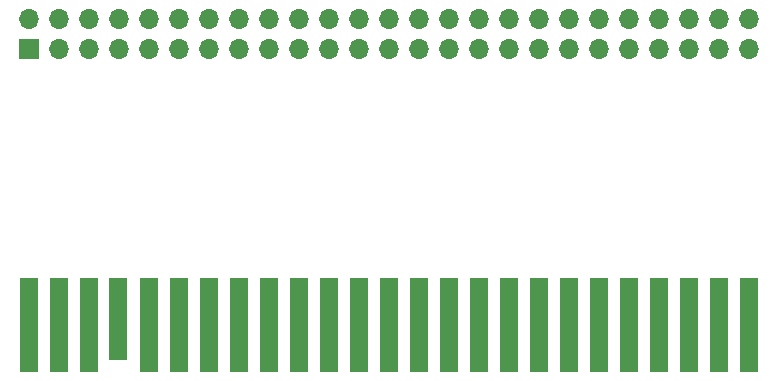
<source format=gbr>
%TF.GenerationSoftware,KiCad,Pcbnew,8.0.2-1*%
%TF.CreationDate,2024-07-05T22:00:38-03:00*%
%TF.ProjectId,msx-simple-proto,6d73782d-7369-46d7-906c-652d70726f74,0.1*%
%TF.SameCoordinates,Original*%
%TF.FileFunction,Soldermask,Top*%
%TF.FilePolarity,Negative*%
%FSLAX46Y46*%
G04 Gerber Fmt 4.6, Leading zero omitted, Abs format (unit mm)*
G04 Created by KiCad (PCBNEW 8.0.2-1) date 2024-07-05 22:00:38*
%MOMM*%
%LPD*%
G01*
G04 APERTURE LIST*
%ADD10R,1.500000X8.000000*%
%ADD11R,1.500000X7.000000*%
%ADD12O,1.700000X1.700000*%
%ADD13R,1.700000X1.700000*%
G04 APERTURE END LIST*
D10*
%TO.C,CART1*%
X188492025Y-129867202D03*
X185952025Y-129867202D03*
X183412025Y-129867202D03*
X180872025Y-129867202D03*
X178332025Y-129867202D03*
X175792025Y-129867202D03*
X173252025Y-129867202D03*
X170712025Y-129867202D03*
X168172025Y-129867202D03*
X165632025Y-129867202D03*
X163092025Y-129867202D03*
X160552025Y-129867202D03*
X158012025Y-129867202D03*
X155472025Y-129867202D03*
X152932025Y-129867202D03*
X150392025Y-129867202D03*
X147852025Y-129867202D03*
X145312025Y-129867202D03*
X142772025Y-129867202D03*
X140232025Y-129867202D03*
X137692025Y-129867202D03*
D11*
X135146533Y-129359850D03*
D10*
X132612025Y-129867202D03*
X130072025Y-129867202D03*
X127532025Y-129867202D03*
%TD*%
D12*
%TO.C,CONN1*%
X188492000Y-104000000D03*
X188492000Y-106540000D03*
X185952000Y-104000000D03*
X185952000Y-106540000D03*
X183412000Y-104000000D03*
X183412000Y-106540000D03*
X180872000Y-104000000D03*
X180872000Y-106540000D03*
X178332000Y-104000000D03*
X178332000Y-106540000D03*
X175792000Y-104000000D03*
X175792000Y-106540000D03*
X173252000Y-104000000D03*
X173252000Y-106540000D03*
X170712000Y-104000000D03*
X170712000Y-106540000D03*
X168172000Y-104000000D03*
X168172000Y-106540000D03*
X165632000Y-104000000D03*
X165632000Y-106540000D03*
X163092000Y-104000000D03*
X163092000Y-106540000D03*
X160552000Y-104000000D03*
X160552000Y-106540000D03*
X158012000Y-104000000D03*
X158012000Y-106540000D03*
X155472000Y-104000000D03*
X155472000Y-106540000D03*
X152932000Y-104000000D03*
X152932000Y-106540000D03*
X150392000Y-104000000D03*
X150392000Y-106540000D03*
X147852000Y-104000000D03*
X147852000Y-106540000D03*
X145312000Y-104000000D03*
X145312000Y-106540000D03*
X142772000Y-104000000D03*
X142772000Y-106540000D03*
X140232000Y-104000000D03*
X140232000Y-106540000D03*
X137692000Y-104000000D03*
X137692000Y-106540000D03*
X135152000Y-104000000D03*
X135152000Y-106540000D03*
X132612000Y-104000000D03*
X132612000Y-106540000D03*
X130072000Y-104000000D03*
X130072000Y-106540000D03*
X127532000Y-104000000D03*
D13*
X127532000Y-106540000D03*
%TD*%
M02*

</source>
